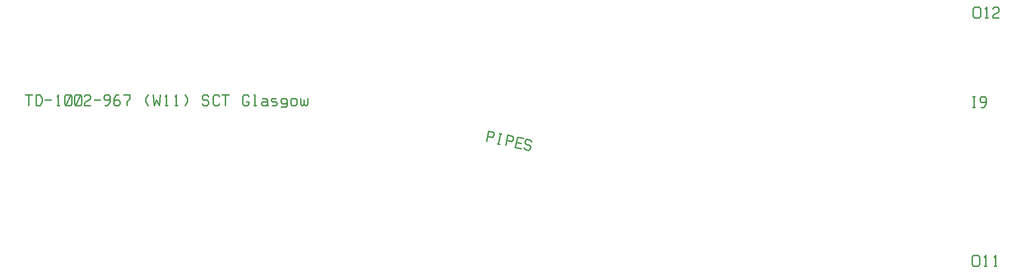
<source format=gbr>
*
G4_C Author: OrCAD GerbTool(tm) 8.1.1 Thu Jun 19 01:59:54 2003*
%LPD*%
%LNsilkscreen*%
%FSLAX34Y34*%
%MOIN*%
%AD*%
%AMD25R98*
20,1,0.025000,0.000000,-0.035000,0.000000,0.035000,98.600000*
%
%AMD10R98*
20,1,0.050000,-0.025000,0.000000,0.025000,0.000000,98.600000*
%
%AMD25R98N2*
20,1,0.025000,0.000000,-0.035000,0.000000,0.035000,98.600000*
%
%AMD10R98N2*
20,1,0.050000,-0.025000,0.000000,0.025000,0.000000,98.600000*
%
%AMD25R86*
20,1,0.025000,0.000000,-0.035000,0.000000,0.035000,86.080000*
%
%AMD10R86*
20,1,0.050000,-0.025000,0.000000,0.025000,0.000000,86.080000*
%
%AMD16R5*
20,1,0.025000,-0.035000,0.000000,0.035000,0.000000,5.450000*
%
%AMD10R5*
20,1,0.050000,-0.025000,0.000000,0.025000,0.000000,5.450000*
%
%AMD16R5N2*
20,1,0.025000,-0.035000,0.000000,0.035000,0.000000,5.450000*
%
%AMD10R5N2*
20,1,0.050000,-0.025000,0.000000,0.025000,0.000000,5.450000*
%
%AMD32R3*
20,1,0.025000,0.034920,-0.002390,-0.034920,0.002390,3.950000*
%
%AMD33R3*
20,1,0.050000,-0.001710,-0.024940,0.001710,0.024940,3.950000*
%
%AMD32R3N2*
20,1,0.025000,0.034920,-0.002390,-0.034920,0.002390,3.910000*
%
%AMD33R3N2*
20,1,0.050000,-0.001710,-0.024940,0.001710,0.024940,3.910000*
%
%AMD32R3N3*
20,1,0.025000,0.034920,-0.002390,-0.034920,0.002390,3.920000*
%
%AMD33R3N3*
20,1,0.050000,-0.001710,-0.024940,0.001710,0.024940,3.920000*
%
%AMD29R274*
20,1,0.022000,0.000000,-0.040000,0.000000,0.040000,274.700000*
%
%AMD54R274*
20,1,0.050000,-0.025000,0.000000,0.025000,0.000000,274.700000*
%
%AMD29R88*
20,1,0.022000,0.000000,-0.040000,0.000000,0.040000,88.000000*
%
%AMD54R88*
20,1,0.050000,-0.025000,0.000000,0.025000,0.000000,88.000000*
%
%AMD257R359*
20,1,0.022000,-0.040000,0.000000,0.040000,0.000000,359.000000*
%
%AMD54R359*
20,1,0.050000,-0.025000,0.000000,0.025000,0.000000,359.000000*
%
%AMD57R180*
20,1,0.022000,-0.039870,-0.003280,0.039870,0.003280,180.000000*
%
%AMD58R180*
20,1,0.050000,-0.002050,0.024920,0.002050,-0.024920,180.000000*
%
%ADD10R,0.050000X0.050000*%
%ADD11C,0.006000*%
%ADD12C,0.019000*%
%ADD13C,0.007900*%
%ADD14C,0.005000*%
%ADD15C,0.000800*%
%ADD16R,0.070000X0.025000*%
%ADD17R,0.068000X0.023000*%
%ADD18C,0.006000*%
%ADD19C,0.009800*%
%ADD20C,0.010000*%
%ADD21C,0.030000*%
%ADD22C,0.060000*%
%ADD23C,0.035000*%
%ADD24C,0.055000*%
%ADD25R,0.025000X0.070000*%
%ADD26C,0.010000*%
%ADD27R,0.029000X0.058000*%
%ADD28R,0.031000X0.060000*%
%ADD29R,0.022000X0.080000*%
%ADD30R,0.024000X0.082000*%
%ADD31D10R98N2*%
%ADD32D25R86*%
%ADD33D10R86*%
%ADD34D16R5*%
%ADD35D10R5*%
%ADD36D16R5N2*%
%ADD37D10R5N2*%
%ADD38D25R98N2*%
%ADD39D10R98N2*%
%ADD40D25R86*%
%ADD41D10R86*%
%ADD42D16R5*%
%ADD43D10R5*%
%ADD44D16R5N2*%
%ADD45D10R5N2*%
%ADD46D32R3*%
%ADD47D33R3*%
%ADD48R,0.070000X0.025000*%
%ADD49D33R3N2*%
%ADD50C,0.011000*%
%ADD51C,0.036000*%
%ADD52C,0.015000*%
%ADD53R,0.070000X0.025000*%
%ADD54R,0.050000X0.050000*%
%ADD55C,0.010000*%
%ADD56C,0.010000*%
%ADD57D29R274*%
%ADD58D54R274*%
%ADD59D29R88*%
%ADD60D54R88*%
%ADD61D257R359*%
%ADD62D54R359*%
%ADD63D57R180*%
%ADD64D58R180*%
%ADD256R,0.058000X0.029000*%
%ADD257R,0.080000X0.022000*%
G4_C OrCAD GerbTool Tool List *
G4_D50 1 0.0110 T 0 0*
G4_D51 3 0.0360 T 0 0*
G4_D52 2 0.0150 T 0 0*
G54D20*
G1X16233Y36175D2*
G1X16233Y35425D1*
G1X15970Y36175D2*
G1X16495Y36175D1*
G1X17020Y36175D2*
G1X17195Y35925D1*
G1X17195Y35675D1*
G1X17020Y35425D1*
G1X16758Y36175D2*
G1X16758Y35425D1*
G1X16758Y36175D2*
G1X17020Y36175D1*
G1X17020Y35425D2*
G1X16758Y35425D1*
G1X17370Y35800D2*
G1X17808Y35800D1*
G1X18333Y36175D2*
G1X18333Y35425D1*
G1X18245Y35425D2*
G1X18420Y35425D1*
G1X18333Y36175D2*
G1X18245Y36050D1*
G1X18858Y36175D2*
G1X19208Y36175D1*
G1X19295Y36050D1*
G1X19295Y35550D1*
G1X19208Y35425D1*
G1X18858Y35425D1*
G1X18770Y35550D1*
G1X18770Y36050D1*
G1X18858Y36175D1*
G1X19208Y36175D2*
G1X18858Y35425D1*
G1X19558Y36175D2*
G1X19908Y36175D1*
G1X19995Y36050D1*
G1X19995Y35550D1*
G1X19908Y35425D1*
G1X19558Y35425D1*
G1X19470Y35550D1*
G1X19470Y36050D1*
G1X19558Y36175D1*
G1X19908Y36175D2*
G1X19558Y35425D1*
G1X20170Y36050D2*
G1X20258Y36175D1*
G1X20520Y36175D1*
G1X20608Y36050D1*
G1X20608Y35925D1*
G1X20520Y35800D1*
G1X20258Y35675D1*
G1X20170Y35550D1*
G1X20170Y35425D1*
G1X20608Y35425D1*
G1X20870Y35800D2*
G1X21308Y35800D1*
G1X21920Y35800D2*
G1X21658Y35800D1*
G1X21570Y35925D1*
G1X21570Y36050D1*
G1X21658Y36175D1*
G1X21920Y36175D1*
G1X22008Y36050D1*
G1X22008Y35675D1*
G1X21833Y35425D1*
G1X21658Y35425D1*
G1X21920Y35800D2*
G1X22008Y35925D1*
G1X22620Y36175D2*
G1X22445Y36175D1*
G1X22270Y35925D1*
G1X22270Y35550D1*
G1X22358Y35425D1*
G1X22620Y35425D1*
G1X22708Y35550D1*
G1X22708Y35675D1*
G1X22620Y35800D1*
G1X22358Y35800D1*
G1X22270Y35675D1*
G1X22970Y36175D2*
G1X23408Y36175D1*
G1X23408Y35925D1*
G1X23233Y35675D1*
G1X23233Y35425D1*
G1X24720Y36175D2*
G1X24545Y35925D1*
G1X24545Y35675D1*
G1X24720Y35425D1*
G1X25070Y36175D2*
G1X25158Y35425D1*
G1X25333Y35800D1*
G1X25508Y35425D1*
G1X25595Y36175D1*
G1X26033Y36175D2*
G1X26033Y35425D1*
G1X25945Y35425D2*
G1X26120Y35425D1*
G1X26033Y36175D2*
G1X25945Y36050D1*
G1X26733Y36175D2*
G1X26733Y35425D1*
G1X26645Y35425D2*
G1X26820Y35425D1*
G1X26733Y36175D2*
G1X26645Y36050D1*
G1X27345Y36175D2*
G1X27520Y35925D1*
G1X27520Y35675D1*
G1X27345Y35425D1*
G1X29008Y36050D2*
G1X28920Y36175D1*
G1X28658Y36175D1*
G1X28570Y36050D1*
G1X28570Y35925D1*
G1X29008Y35675D2*
G1X29008Y35550D1*
G1X28920Y35425D1*
G1X28658Y35425D1*
G1X28570Y35550D1*
G1X28570Y35925D2*
G1X28658Y35800D1*
G1X28920Y35800D1*
G1X29008Y35675D1*
G1X29795Y36050D2*
G1X29708Y36175D1*
G1X29445Y36175D1*
G1X29445Y35425D2*
G1X29708Y35425D1*
G1X29795Y35550D1*
G1X29358Y36050D2*
G1X29358Y35550D1*
G1X29445Y36175D2*
G1X29358Y36050D1*
G1X29358Y35550D2*
G1X29445Y35425D1*
G1X30233Y36175D2*
G1X30233Y35425D1*
G1X29970Y36175D2*
G1X30495Y36175D1*
G1X31895Y36050D2*
G1X31808Y36175D1*
G1X31545Y36175D1*
G1X31895Y35675D2*
G1X31720Y35675D1*
G1X31545Y36175D2*
G1X31458Y36050D1*
G1X31458Y35550D1*
G1X31545Y35425D1*
G1X31895Y35675D2*
G1X31895Y35550D1*
G1X31808Y35425D1*
G1X31545Y35425D1*
G1X32333Y36175D2*
G1X32333Y35425D1*
G1X32333Y36175D2*
G1X32245Y36175D1*
G1X32245Y35425D2*
G1X32420Y35425D1*
G1X32858Y35925D2*
G1X33120Y35925D1*
G1X33208Y35800D1*
G1X33208Y35425D1*
G1X33295Y35425D1*
G1X32858Y35675D2*
G1X32770Y35550D1*
G1X32858Y35425D1*
G1X32858Y35675D2*
G1X33208Y35675D1*
G1X33208Y35550D2*
G1X33120Y35425D1*
G1X32858Y35425D1*
G1X33558Y35925D2*
G1X33470Y35800D1*
G1X33558Y35675D1*
G1X33820Y35675D1*
G1X33908Y35550D1*
G1X33820Y35425D1*
G1X33558Y35925D2*
G1X33820Y35925D1*
G1X33558Y35425D2*
G1X33820Y35425D1*
G1X34258Y35925D2*
G1X34170Y35800D1*
G1X34170Y35675D1*
G1X34258Y35550D1*
G1X34520Y35300D2*
G1X34170Y35300D1*
G1X34608Y35425D2*
G1X34520Y35300D1*
G1X34258Y35550D2*
G1X34520Y35550D1*
G1X34608Y35675D1*
G1X34258Y35925D2*
G1X34520Y35925D1*
G1X34608Y35800D1*
G1X34608Y35425D1*
G1X34958Y35925D2*
G1X35220Y35925D1*
G1X35308Y35800D1*
G1X35308Y35550D1*
G1X35220Y35425D1*
G1X34958Y35425D1*
G1X34870Y35550D1*
G1X34870Y35800D1*
G1X34958Y35925D1*
G1X35570Y35925D2*
G1X35570Y35550D1*
G1X35658Y35425D1*
G1X35745Y35425D1*
G1X35833Y35550D1*
G1X35833Y35800D1*
G1X35833Y35550D2*
G1X35920Y35425D1*
G1X36008Y35425D1*
G1X36095Y35550D1*
G1X36095Y35925D1*
G1X83540Y42429D2*
G1X83452Y42304D1*
G1X83452Y41804D1*
G1X83540Y41679D1*
G1X83890Y41679D1*
G1X83977Y41804D1*
G1X83977Y42304D1*
G1X83890Y42429D1*
G1X83540Y42429D1*
G1X84415Y42429D2*
G1X84415Y41679D1*
G1X84327Y41679D2*
G1X84502Y41679D1*
G1X84415Y42429D2*
G1X84327Y42304D1*
G1X84852Y42304D2*
G1X84940Y42429D1*
G1X85202Y42429D1*
G1X85290Y42304D1*
G1X85290Y42179D1*
G1X85202Y42054D1*
G1X84940Y41929D1*
G1X84852Y41804D1*
G1X84852Y41679D1*
G1X85290Y41679D1*
G1X83463Y24707D2*
G1X83376Y24582D1*
G1X83376Y24082D1*
G1X83463Y23957D1*
G1X83813Y23957D1*
G1X83901Y24082D1*
G1X83901Y24582D1*
G1X83813Y24707D1*
G1X83463Y24707D1*
G1X84338Y24707D2*
G1X84338Y23957D1*
G1X84251Y23957D2*
G1X84426Y23957D1*
G1X84338Y24707D2*
G1X84251Y24582D1*
G1X85038Y24707D2*
G1X85038Y23957D1*
G1X84951Y23957D2*
G1X85126Y23957D1*
G1X85038Y24707D2*
G1X84951Y24582D1*
G1X83508Y36026D2*
G1X83508Y35276D1*
G1X83420Y36026D2*
G1X83595Y36026D1*
G1X83595Y35276D2*
G1X83420Y35276D1*
G1X84295Y35651D2*
G1X84033Y35651D1*
G1X83945Y35776D1*
G1X83945Y35901D1*
G1X84033Y36026D1*
G1X84295Y36026D1*
G1X84383Y35901D1*
G1X84383Y35526D1*
G1X84208Y35276D1*
G1X84033Y35276D1*
G1X84295Y35651D2*
G1X84383Y35776D1*
G1X49301Y33516D2*
G1X49360Y33375D1*
G1X49334Y33253D1*
G1X49223Y33149D1*
G1X48958Y33589D2*
G1X48803Y32855D1*
G1X49301Y33516D2*
G1X48958Y33589D1*
G1X49223Y33149D2*
G1X48880Y33222D1*
G1X49814Y33407D2*
G1X49658Y32673D1*
G1X49729Y33425D2*
G1X49900Y33388D1*
G1X49744Y32655D2*
G1X49573Y32691D1*
G1X50670Y33225D2*
G1X50730Y33084D1*
G1X50704Y32962D1*
G1X50592Y32858D1*
G1X50328Y33297D2*
G1X50172Y32564D1*
G1X50670Y33225D2*
G1X50328Y33297D1*
G1X50592Y32858D2*
G1X50250Y32931D1*
G1X51013Y33152D2*
G1X50857Y32418D1*
G1X51013Y33152D2*
G1X51440Y33061D1*
G1X50857Y32418D2*
G1X51285Y32327D1*
G1X50935Y32785D2*
G1X51277Y32712D1*
G1X52014Y32811D2*
G1X51954Y32952D1*
G1X51697Y33006D1*
G1X51586Y32902D1*
G1X51560Y32780D1*
G1X51936Y32445D2*
G1X51910Y32322D1*
G1X51798Y32218D1*
G1X51541Y32273D1*
G1X51482Y32413D1*
G1X51560Y32780D2*
G1X51619Y32640D1*
G1X51876Y32585D1*
G1X51936Y32445D1*
M2*

</source>
